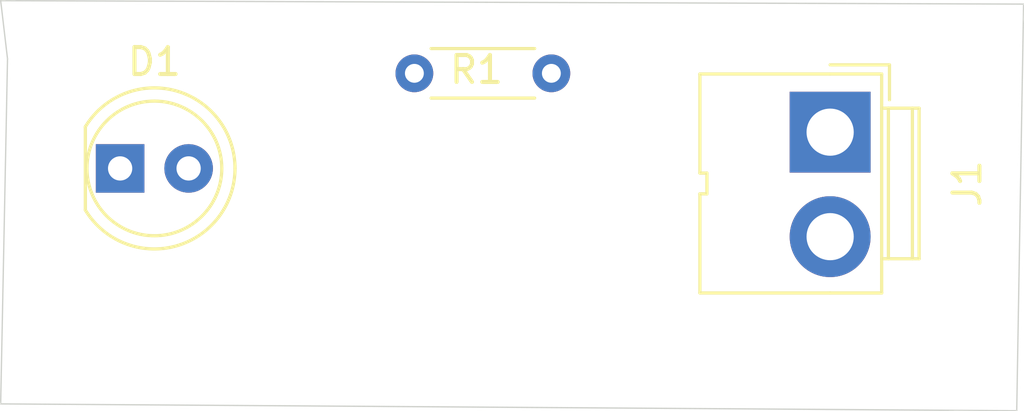
<source format=kicad_pcb>
(kicad_pcb (version 20171130) (host pcbnew "(5.1.6)-1")

  (general
    (thickness 1.6)
    (drawings 5)
    (tracks 0)
    (zones 0)
    (modules 3)
    (nets 4)
  )

  (page A4)
  (layers
    (0 F.Cu signal)
    (31 B.Cu signal)
    (32 B.Adhes user)
    (33 F.Adhes user)
    (34 B.Paste user)
    (35 F.Paste user)
    (36 B.SilkS user)
    (37 F.SilkS user)
    (38 B.Mask user)
    (39 F.Mask user)
    (40 Dwgs.User user)
    (41 Cmts.User user)
    (42 Eco1.User user)
    (43 Eco2.User user)
    (44 Edge.Cuts user)
    (45 Margin user)
    (46 B.CrtYd user)
    (47 F.CrtYd user)
    (48 B.Fab user)
    (49 F.Fab user)
  )

  (setup
    (last_trace_width 0.25)
    (trace_clearance 0.2)
    (zone_clearance 0.508)
    (zone_45_only no)
    (trace_min 0.2)
    (via_size 0.8)
    (via_drill 0.4)
    (via_min_size 0.4)
    (via_min_drill 0.3)
    (uvia_size 0.3)
    (uvia_drill 0.1)
    (uvias_allowed no)
    (uvia_min_size 0.2)
    (uvia_min_drill 0.1)
    (edge_width 0.05)
    (segment_width 0.2)
    (pcb_text_width 0.3)
    (pcb_text_size 1.5 1.5)
    (mod_edge_width 0.12)
    (mod_text_size 1 1)
    (mod_text_width 0.15)
    (pad_size 1.524 1.524)
    (pad_drill 0.762)
    (pad_to_mask_clearance 0.05)
    (aux_axis_origin 0 0)
    (visible_elements FFFFFF7F)
    (pcbplotparams
      (layerselection 0x010fc_ffffffff)
      (usegerberextensions false)
      (usegerberattributes true)
      (usegerberadvancedattributes true)
      (creategerberjobfile true)
      (excludeedgelayer true)
      (linewidth 0.100000)
      (plotframeref false)
      (viasonmask false)
      (mode 1)
      (useauxorigin false)
      (hpglpennumber 1)
      (hpglpenspeed 20)
      (hpglpendiameter 15.000000)
      (psnegative false)
      (psa4output false)
      (plotreference true)
      (plotvalue true)
      (plotinvisibletext false)
      (padsonsilk false)
      (subtractmaskfromsilk false)
      (outputformat 1)
      (mirror false)
      (drillshape 1)
      (scaleselection 1)
      (outputdirectory ""))
  )

  (net 0 "")
  (net 1 GND)
  (net 2 "Net-(D1-Pad2)")
  (net 3 +5V)

  (net_class Default "This is the default net class."
    (clearance 0.2)
    (trace_width 0.25)
    (via_dia 0.8)
    (via_drill 0.4)
    (uvia_dia 0.3)
    (uvia_drill 0.1)
    (add_net +5V)
    (add_net GND)
    (add_net "Net-(D1-Pad2)")
  )

  (module LED_THT:LED_D5.0mm (layer F.Cu) (tedit 5995936A) (tstamp 5F27DC59)
    (at 117.89664 67.183)
    (descr "LED, diameter 5.0mm, 2 pins, http://cdn-reichelt.de/documents/datenblatt/A500/LL-504BC2E-009.pdf")
    (tags "LED diameter 5.0mm 2 pins")
    (path /5F277C37)
    (fp_text reference D1 (at 1.27 -3.96) (layer F.SilkS)
      (effects (font (size 1 1) (thickness 0.15)))
    )
    (fp_text value LED (at 1.27 3.96) (layer F.Fab)
      (effects (font (size 1 1) (thickness 0.15)))
    )
    (fp_line (start 4.5 -3.25) (end -1.95 -3.25) (layer F.CrtYd) (width 0.05))
    (fp_line (start 4.5 3.25) (end 4.5 -3.25) (layer F.CrtYd) (width 0.05))
    (fp_line (start -1.95 3.25) (end 4.5 3.25) (layer F.CrtYd) (width 0.05))
    (fp_line (start -1.95 -3.25) (end -1.95 3.25) (layer F.CrtYd) (width 0.05))
    (fp_line (start -1.29 -1.545) (end -1.29 1.545) (layer F.SilkS) (width 0.12))
    (fp_line (start -1.23 -1.469694) (end -1.23 1.469694) (layer F.Fab) (width 0.1))
    (fp_circle (center 1.27 0) (end 3.77 0) (layer F.SilkS) (width 0.12))
    (fp_circle (center 1.27 0) (end 3.77 0) (layer F.Fab) (width 0.1))
    (fp_arc (start 1.27 0) (end -1.23 -1.469694) (angle 299.1) (layer F.Fab) (width 0.1))
    (fp_arc (start 1.27 0) (end -1.29 -1.54483) (angle 148.9) (layer F.SilkS) (width 0.12))
    (fp_arc (start 1.27 0) (end -1.29 1.54483) (angle -148.9) (layer F.SilkS) (width 0.12))
    (fp_text user %R (at 1.25 0) (layer F.Fab)
      (effects (font (size 0.8 0.8) (thickness 0.2)))
    )
    (pad 1 thru_hole rect (at 0 0) (size 1.8 1.8) (drill 0.9) (layers *.Cu *.Mask)
      (net 1 GND))
    (pad 2 thru_hole circle (at 2.54 0) (size 1.8 1.8) (drill 0.9) (layers *.Cu *.Mask)
      (net 2 "Net-(D1-Pad2)"))
    (model ${KISYS3DMOD}/LED_THT.3dshapes/LED_D5.0mm.wrl
      (at (xyz 0 0 0))
      (scale (xyz 1 1 1))
      (rotate (xyz 0 0 0))
    )
  )

  (module Connector:JWT_A3963_1x02_P3.96mm_Vertical (layer F.Cu) (tedit 5A2A57CE) (tstamp 5F27DC7E)
    (at 144.22628 65.8368 270)
    (descr "JWT A3963, 3.96mm pitch Pin head connector (http://www.jwt.com.tw/pro_pdf/A3963.pdf)")
    (tags "connector JWT A3963 pinhead")
    (path /5F280BA1)
    (fp_text reference J1 (at 1.91 -5.08 90) (layer F.SilkS)
      (effects (font (size 1 1) (thickness 0.15)))
    )
    (fp_text value CONN_02PTH2 (at 1.91 6.35 90) (layer F.Fab)
      (effects (font (size 1 1) (thickness 0.15)))
    )
    (fp_line (start 5.97 4.83) (end 5.97 0) (layer F.SilkS) (width 0.12))
    (fp_line (start -2.16 0) (end -2.16 4.83) (layer F.SilkS) (width 0.12))
    (fp_line (start -2.16 -1.91) (end 5.97 -1.91) (layer F.SilkS) (width 0.12))
    (fp_line (start -0.89 -1.91) (end -0.89 -3.3) (layer F.SilkS) (width 0.12))
    (fp_line (start 4.7 -1.91) (end 4.7 -3.3) (layer F.SilkS) (width 0.12))
    (fp_line (start -0.89 -3.3) (end 4.7 -3.3) (layer F.SilkS) (width 0.12))
    (fp_line (start -2.16 -1.91) (end -2.16 0) (layer F.SilkS) (width 0.12))
    (fp_line (start 5.97 -1.91) (end 5.97 0) (layer F.SilkS) (width 0.12))
    (fp_line (start -0.89 -3.05) (end 4.7 -3.05) (layer F.SilkS) (width 0.12))
    (fp_line (start -0.89 -2.16) (end 4.7 -2.16) (layer F.SilkS) (width 0.12))
    (fp_line (start 2.29 4.57) (end 2.29 4.83) (layer F.SilkS) (width 0.12))
    (fp_line (start 1.52 4.57) (end 2.29 4.57) (layer F.SilkS) (width 0.12))
    (fp_line (start 1.52 4.83) (end 1.52 4.57) (layer F.SilkS) (width 0.12))
    (fp_line (start 1.52 4.83) (end -2.16 4.83) (layer F.SilkS) (width 0.12))
    (fp_line (start 2.29 4.83) (end 5.97 4.83) (layer F.SilkS) (width 0.12))
    (fp_line (start -2.5 5.05) (end -2.5 -3.55) (layer F.CrtYd) (width 0.05))
    (fp_line (start 6.35 5.05) (end -2.5 5.05) (layer F.CrtYd) (width 0.05))
    (fp_line (start 6.35 -3.55) (end 6.35 5.05) (layer F.CrtYd) (width 0.05))
    (fp_line (start -2.5 -3.55) (end 6.35 -3.55) (layer F.CrtYd) (width 0.05))
    (fp_line (start -2.05 -1.8) (end 5.85 -1.8) (layer F.Fab) (width 0.1))
    (fp_line (start 5.85 -1.8) (end 5.85 4.7) (layer F.Fab) (width 0.1))
    (fp_line (start 5.85 4.7) (end -2.05 4.7) (layer F.Fab) (width 0.1))
    (fp_line (start -2.05 4.7) (end -2.05 -1.8) (layer F.Fab) (width 0.1))
    (fp_line (start -1.2 -2.2) (end -2.5 -2.2) (layer F.SilkS) (width 0.12))
    (fp_line (start -2.5 -2.2) (end -2.5 0) (layer F.SilkS) (width 0.12))
    (fp_line (start -1.25 -1.8) (end 0 -0.3) (layer F.Fab) (width 0.1))
    (fp_line (start 0 -0.3) (end 1.25 -1.8) (layer F.Fab) (width 0.1))
    (fp_line (start -0.8 -1.8) (end -0.8 -3.2) (layer F.Fab) (width 0.1))
    (fp_line (start -0.8 -3.2) (end 4.6 -3.2) (layer F.Fab) (width 0.1))
    (fp_line (start 4.6 -3.2) (end 4.6 -1.8) (layer F.Fab) (width 0.1))
    (fp_text user %R (at 2.2 3.7 90) (layer F.Fab)
      (effects (font (size 1 1) (thickness 0.15)))
    )
    (pad 1 thru_hole rect (at 0 0 270) (size 3 3) (drill 1.75) (layers *.Cu *.Mask)
      (net 3 +5V))
    (pad 2 thru_hole circle (at 3.88 0 270) (size 3 3) (drill 1.75) (layers *.Cu *.Mask)
      (net 1 GND))
    (model ${KISYS3DMOD}/Connector.3dshapes/JWT_A3963_1x02_P3.96mm_Vertical.wrl
      (at (xyz 0 0 0))
      (scale (xyz 1 1 1))
      (rotate (xyz 0 0 0))
    )
  )

  (module Resistor_THT:R_Axial_DIN0204_L3.6mm_D1.6mm_P5.08mm_Horizontal (layer F.Cu) (tedit 5AE5139B) (tstamp 5F27E009)
    (at 128.80848 63.6524)
    (descr "Resistor, Axial_DIN0204 series, Axial, Horizontal, pin pitch=5.08mm, 0.167W, length*diameter=3.6*1.6mm^2, http://cdn-reichelt.de/documents/datenblatt/B400/1_4W%23YAG.pdf")
    (tags "Resistor Axial_DIN0204 series Axial Horizontal pin pitch 5.08mm 0.167W length 3.6mm diameter 1.6mm")
    (path /5F285B1C)
    (fp_text reference R1 (at 2.302999 -0.135201) (layer F.SilkS)
      (effects (font (size 1 1) (thickness 0.15)))
    )
    (fp_text value RESISTOR0402 (at 2.54 1.92) (layer F.Fab)
      (effects (font (size 1 1) (thickness 0.15)))
    )
    (fp_line (start 6.03 -1.05) (end -0.95 -1.05) (layer F.CrtYd) (width 0.05))
    (fp_line (start 6.03 1.05) (end 6.03 -1.05) (layer F.CrtYd) (width 0.05))
    (fp_line (start -0.95 1.05) (end 6.03 1.05) (layer F.CrtYd) (width 0.05))
    (fp_line (start -0.95 -1.05) (end -0.95 1.05) (layer F.CrtYd) (width 0.05))
    (fp_line (start 0.62 0.92) (end 4.46 0.92) (layer F.SilkS) (width 0.12))
    (fp_line (start 0.62 -0.92) (end 4.46 -0.92) (layer F.SilkS) (width 0.12))
    (fp_line (start 5.08 0) (end 4.34 0) (layer F.Fab) (width 0.1))
    (fp_line (start 0 0) (end 0.74 0) (layer F.Fab) (width 0.1))
    (fp_line (start 4.34 -0.8) (end 0.74 -0.8) (layer F.Fab) (width 0.1))
    (fp_line (start 4.34 0.8) (end 4.34 -0.8) (layer F.Fab) (width 0.1))
    (fp_line (start 0.74 0.8) (end 4.34 0.8) (layer F.Fab) (width 0.1))
    (fp_line (start 0.74 -0.8) (end 0.74 0.8) (layer F.Fab) (width 0.1))
    (fp_text user %R (at 2.54 0) (layer F.Fab)
      (effects (font (size 0.72 0.72) (thickness 0.108)))
    )
    (pad 1 thru_hole circle (at 0 0) (size 1.4 1.4) (drill 0.7) (layers *.Cu *.Mask)
      (net 2 "Net-(D1-Pad2)"))
    (pad 2 thru_hole oval (at 5.08 0) (size 1.4 1.4) (drill 0.7) (layers *.Cu *.Mask)
      (net 3 +5V))
    (model ${KISYS3DMOD}/Resistor_THT.3dshapes/R_Axial_DIN0204_L3.6mm_D1.6mm_P5.08mm_Horizontal.wrl
      (at (xyz 0 0 0))
      (scale (xyz 1 1 1))
      (rotate (xyz 0 0 0))
    )
  )

  (gr_line (start 113.46688 60.95492) (end 113.72088 63.11392) (layer Edge.Cuts) (width 0.05) (tstamp 5F27E411))
  (gr_line (start 151.39924 61.08192) (end 113.46688 60.95492) (layer Edge.Cuts) (width 0.05))
  (gr_line (start 151.14524 76.17968) (end 151.39924 61.08192) (layer Edge.Cuts) (width 0.05))
  (gr_line (start 113.46688 75.92568) (end 151.14524 76.17968) (layer Edge.Cuts) (width 0.05))
  (gr_line (start 113.72088 63.11392) (end 113.46688 75.92568) (layer Edge.Cuts) (width 0.05))

)

</source>
